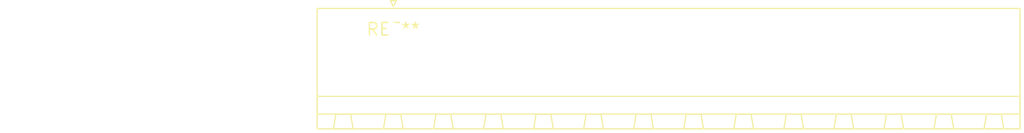
<source format=kicad_pcb>
(kicad_pcb (version 20240108) (generator pcbnew)
  (layers (0 "F.Cu" signal) (31 "B.Cu" signal) (34 "B.Paste" user) (35 "F.Paste" user) (36 "B.SilkS" user "B.Silkscreen") (37 "F.SilkS" user "F.Silkscreen") (38 "B.Mask" user) (39 "F.Mask" user) (44 "Edge.Cuts" user))
  (net 0 "")
  (footprint "PhoenixContact_MSTB_2,5_12-GF-5,08_1x12_P5.08mm_Horizontal_ThreadedFlange" (layer "F.Cu") (at 0 0)
    (property "Reference" "REF**")
    (property "Value" "PhoenixContact_MSTB_2,5_12-GF-5,08_1x12_P5.08mm_Horizontal_ThreadedFlange")
    (fp_line (start -7.73 -2.11) (end -7.73 10.11) (layer "F.SilkS") (stroke (width 0.12)))
    (fp_line (start -7.73 6.81) (end 63.61 6.81) (layer "F.SilkS") (stroke (width 0.12)))
    (fp_line (start -7.73 8.61) (end -7.73 6.81) (layer "F.SilkS") (stroke (width 0.12)))
    (fp_line (start -7.73 10.11) (end 63.61 10.11) (layer "F.SilkS") (stroke (width 0.12)))
    (fp_line (start -6.08 10.11) (end -4.08 10.11) (layer "F.SilkS") (stroke (width 0.12)))
    (fp_line (start -5.83 8.61) (end -6.08 10.11) (layer "F.SilkS") (stroke (width 0.12)))
    (fp_line (start -4.33 8.61) (end -5.83 8.61) (layer "F.SilkS") (stroke (width 0.12)))
    (fp_line (start -4.08 10.11) (end -4.33 8.61) (layer "F.SilkS") (stroke (width 0.12)))
    (fp_line (start -1 10.11) (end 1 10.11) (layer "F.SilkS") (stroke (width 0.12)))
    (fp_line (start -0.75 8.61) (end -1 10.11) (layer "F.SilkS") (stroke (width 0.12)))
    (fp_line (start -0.3 -2.91) (end 0.3 -2.91) (layer "F.SilkS") (stroke (width 0.12)))
    (fp_line (start 0 -2.31) (end -0.3 -2.91) (layer "F.SilkS") (stroke (width 0.12)))
    (fp_line (start 0.3 -2.91) (end 0 -2.31) (layer "F.SilkS") (stroke (width 0.12)))
    (fp_line (start 0.75 8.61) (end -0.75 8.61) (layer "F.SilkS") (stroke (width 0.12)))
    (fp_line (start 1 10.11) (end 0.75 8.61) (layer "F.SilkS") (stroke (width 0.12)))
    (fp_line (start 4.08 10.11) (end 6.08 10.11) (layer "F.SilkS") (stroke (width 0.12)))
    (fp_line (start 4.33 8.61) (end 4.08 10.11) (layer "F.SilkS") (stroke (width 0.12)))
    (fp_line (start 5.83 8.61) (end 4.33 8.61) (layer "F.SilkS") (stroke (width 0.12)))
    (fp_line (start 6.08 10.11) (end 5.83 8.61) (layer "F.SilkS") (stroke (width 0.12)))
    (fp_line (start 9.16 10.11) (end 11.16 10.11) (layer "F.SilkS") (stroke (width 0.12)))
    (fp_line (start 9.41 8.61) (end 9.16 10.11) (layer "F.SilkS") (stroke (width 0.12)))
    (fp_line (start 10.91 8.61) (end 9.41 8.61) (layer "F.SilkS") (stroke (width 0.12)))
    (fp_line (start 11.16 10.11) (end 10.91 8.61) (layer "F.SilkS") (stroke (width 0.12)))
    (fp_line (start 14.24 10.11) (end 16.24 10.11) (layer "F.SilkS") (stroke (width 0.12)))
    (fp_line (start 14.49 8.61) (end 14.24 10.11) (layer "F.SilkS") (stroke (width 0.12)))
    (fp_line (start 15.99 8.61) (end 14.49 8.61) (layer "F.SilkS") (stroke (width 0.12)))
    (fp_line (start 16.24 10.11) (end 15.99 8.61) (layer "F.SilkS") (stroke (width 0.12)))
    (fp_line (start 19.32 10.11) (end 21.32 10.11) (layer "F.SilkS") (stroke (width 0.12)))
    (fp_line (start 19.57 8.61) (end 19.32 10.11) (layer "F.SilkS") (stroke (width 0.12)))
    (fp_line (start 21.07 8.61) (end 19.57 8.61) (layer "F.SilkS") (stroke (width 0.12)))
    (fp_line (start 21.32 10.11) (end 21.07 8.61) (layer "F.SilkS") (stroke (width 0.12)))
    (fp_line (start 24.4 10.11) (end 26.4 10.11) (layer "F.SilkS") (stroke (width 0.12)))
    (fp_line (start 24.65 8.61) (end 24.4 10.11) (layer "F.SilkS") (stroke (width 0.12)))
    (fp_line (start 26.15 8.61) (end 24.65 8.61) (layer "F.SilkS") (stroke (width 0.12)))
    (fp_line (start 26.4 10.11) (end 26.15 8.61) (layer "F.SilkS") (stroke (width 0.12)))
    (fp_line (start 29.48 10.11) (end 31.48 10.11) (layer "F.SilkS") (stroke (width 0.12)))
    (fp_line (start 29.73 8.61) (end 29.48 10.11) (layer "F.SilkS") (stroke (width 0.12)))
    (fp_line (start 31.23 8.61) (end 29.73 8.61) (layer "F.SilkS") (stroke (width 0.12)))
    (fp_line (start 31.48 10.11) (end 31.23 8.61) (layer "F.SilkS") (stroke (width 0.12)))
    (fp_line (start 34.56 10.11) (end 36.56 10.11) (layer "F.SilkS") (stroke (width 0.12)))
    (fp_line (start 34.81 8.61) (end 34.56 10.11) (layer "F.SilkS") (stroke (width 0.12)))
    (fp_line (start 36.31 8.61) (end 34.81 8.61) (layer "F.SilkS") (stroke (width 0.12)))
    (fp_line (start 36.56 10.11) (end 36.31 8.61) (layer "F.SilkS") (stroke (width 0.12)))
    (fp_line (start 39.64 10.11) (end 41.64 10.11) (layer "F.SilkS") (stroke (width 0.12)))
    (fp_line (start 39.89 8.61) (end 39.64 10.11) (layer "F.SilkS") (stroke (width 0.12)))
    (fp_line (start 41.39 8.61) (end 39.89 8.61) (layer "F.SilkS") (stroke (width 0.12)))
    (fp_line (start 41.64 10.11) (end 41.39 8.61) (layer "F.SilkS") (stroke (width 0.12)))
    (fp_line (start 44.72 10.11) (end 46.72 10.11) (layer "F.SilkS") (stroke (width 0.12)))
    (fp_line (start 44.97 8.61) (end 44.72 10.11) (layer "F.SilkS") (stroke (width 0.12)))
    (fp_line (start 46.47 8.61) (end 44.97 8.61) (layer "F.SilkS") (stroke (width 0.12)))
    (fp_line (start 46.72 10.11) (end 46.47 8.61) (layer "F.SilkS") (stroke (width 0.12)))
    (fp_line (start 49.8 10.11) (end 51.8 10.11) (layer "F.SilkS") (stroke (width 0.12)))
    (fp_line (start 50.05 8.61) (end 49.8 10.11) (layer "F.SilkS") (stroke (width 0.12)))
    (fp_line (start 51.55 8.61) (end 50.05 8.61) (layer "F.SilkS") (stroke (width 0.12)))
    (fp_line (start 51.8 10.11) (end 51.55 8.61) (layer "F.SilkS") (stroke (width 0.12)))
    (fp_line (start 54.88 10.11) (end 56.88 10.11) (layer "F.SilkS") (stroke (width 0.12)))
    (fp_line (start 55.13 8.61) (end 54.88 10.11) (layer "F.SilkS") (stroke (width 0.12)))
    (fp_line (start 56.63 8.61) (end 55.13 8.61) (layer "F.SilkS") (stroke (width 0.12)))
    (fp_line (start 56.88 10.11) (end 56.63 8.61) (layer "F.SilkS") (stroke (width 0.12)))
    (fp_line (start 59.96 10.11) (end 61.96 10.11) (layer "F.SilkS") (stroke (width 0.12)))
    (fp_line (start 60.21 8.61) (end 59.96 10.11) (layer "F.SilkS") (stroke (width 0.12)))
    (fp_line (start 61.71 8.61) (end 60.21 8.61) (layer "F.SilkS") (stroke (width 0.12)))
    (fp_line (start 61.96 10.11) (end 61.71 8.61) (layer "F.SilkS") (stroke (width 0.12)))
    (fp_line (start 63.61 -2.11) (end -7.73 -2.11) (layer "F.SilkS") (stroke (width 0.12)))
    (fp_line (start 63.61 6.81) (end 63.61 8.61) (layer "F.SilkS") (stroke (width 0.12)))
    (fp_line (start 63.61 8.61) (end -7.73 8.61) (layer "F.SilkS") (stroke (width 0.12)))
    (fp_line (start 63.61 10.11) (end 63.61 -2.11) (layer "F.SilkS") (stroke (width 0.12)))
    (pad "1" thru_hole roundrect (at 0 0) (size 2.08 3.6) (drill 1.4) (layers *.Cu *.Mask) (remove_unused_layers) (roundrect_rratio 0.120192))
    (pad "2" thru_hole oval (at 5.08 0) (size 2.08 3.6) (drill 1.4) (layers *.Cu *.Mask) (remove_unused_layers))
    (pad "3" thru_hole oval (at 10.16 0) (size 2.08 3.6) (drill 1.4) (layers *.Cu *.Mask) (remove_unused_layers))
    (pad "4" thru_hole oval (at 15.24 0) (size 2.08 3.6) (drill 1.4) (layers *.Cu *.Mask) (remove_unused_layers))
    (pad "5" thru_hole oval (at 20.32 0) (size 2.08 3.6) (drill 1.4) (layers *.Cu *.Mask) (remove_unused_layers))
    (pad "6" thru_hole oval (at 25.4 0) (size 2.08 3.6) (drill 1.4) (layers *.Cu *.Mask) (remove_unused_layers))
    (pad "7" thru_hole oval (at 30.48 0) (size 2.08 3.6) (drill 1.4) (layers *.Cu *.Mask) (remove_unused_layers))
    (pad "8" thru_hole oval (at 35.56 0) (size 2.08 3.6) (drill 1.4) (layers *.Cu *.Mask) (remove_unused_layers))
    (pad "9" thru_hole oval (at 40.64 0) (size 2.08 3.6) (drill 1.4) (layers *.Cu *.Mask) (remove_unused_layers))
    (pad "10" thru_hole oval (at 45.72 0) (size 2.08 3.6) (drill 1.4) (layers *.Cu *.Mask) (remove_unused_layers))
    (pad "11" thru_hole oval (at 50.8 0) (size 2.08 3.6) (drill 1.4) (layers *.Cu *.Mask) (remove_unused_layers))
    (pad "12" thru_hole oval (at 55.88 0) (size 2.08 3.6) (drill 1.4) (layers *.Cu *.Mask) (remove_unused_layers))
  )
)
</source>
